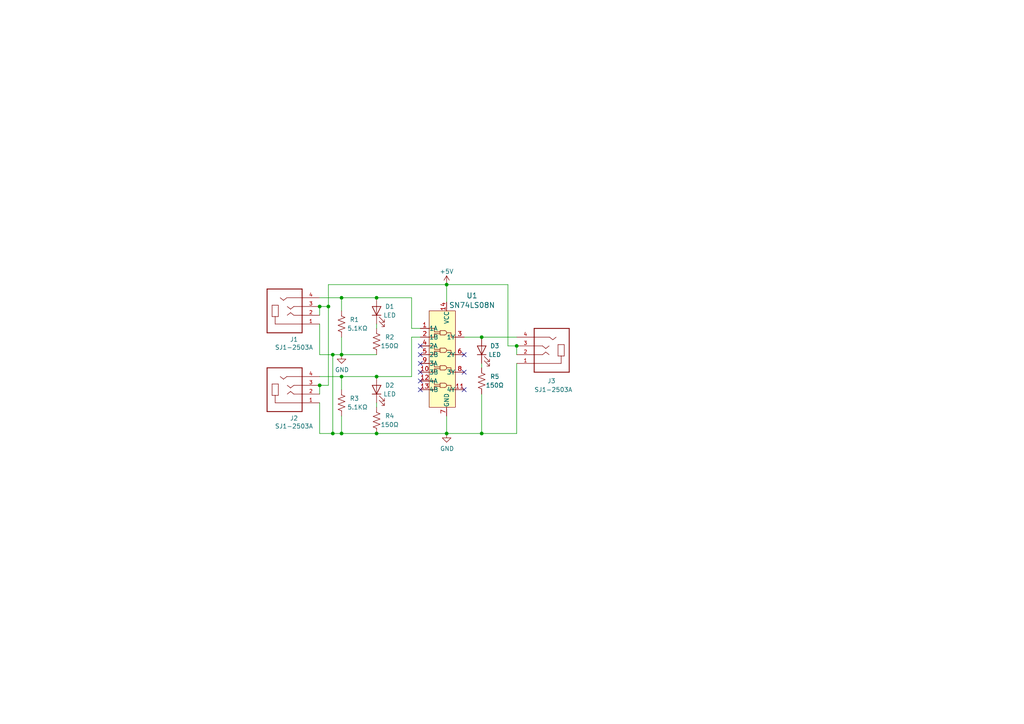
<source format=kicad_sch>
(kicad_sch (version 20211123) (generator eeschema)

  (uuid 1056a15e-094d-47b4-806a-ca2766467e91)

  (paper "A4")

  (lib_symbols
    (symbol "conduWIT_parts:10KΩ" (pin_numbers hide) (pin_names (offset 0)) (in_bom yes) (on_board yes)
      (property "Reference" "R" (id 0) (at 2.54 0 90)
        (effects (font (size 1.27 1.27)))
      )
      (property "Value" "10KΩ" (id 1) (at -2.54 0 90)
        (effects (font (size 1.27 1.27)))
      )
      (property "Footprint" "conduWIT_parts:R_Axial_DIN0207_L6.3mm_D2.5mm_P7.62mm_Horizontal" (id 2) (at 1.016 -0.254 90)
        (effects (font (size 1.27 1.27)) hide)
      )
      (property "Datasheet" "https://www.seielect.com/catalog/sei-rnf_rnmf.pdf" (id 3) (at 0 0 0)
        (effects (font (size 1.27 1.27)) hide)
      )
      (property "Digikey" "RNF14FTD10K0CT-ND" (id 4) (at -5.08 0 90)
        (effects (font (size 1.27 1.27)) hide)
      )
      (property "ki_keywords" "R res resistor" (id 5) (at 0 0 0)
        (effects (font (size 1.27 1.27)) hide)
      )
      (property "ki_description" "Resistor, US symbol" (id 6) (at 0 0 0)
        (effects (font (size 1.27 1.27)) hide)
      )
      (property "ki_fp_filters" "R_*" (id 7) (at 0 0 0)
        (effects (font (size 1.27 1.27)) hide)
      )
      (symbol "10KΩ_0_1"
        (polyline
          (pts
            (xy 0 -2.286)
            (xy 0 -2.54)
          )
          (stroke (width 0) (type default) (color 0 0 0 0))
          (fill (type none))
        )
        (polyline
          (pts
            (xy 0 2.286)
            (xy 0 2.54)
          )
          (stroke (width 0) (type default) (color 0 0 0 0))
          (fill (type none))
        )
        (polyline
          (pts
            (xy 0 -0.762)
            (xy 1.016 -1.143)
            (xy 0 -1.524)
            (xy -1.016 -1.905)
            (xy 0 -2.286)
          )
          (stroke (width 0) (type default) (color 0 0 0 0))
          (fill (type none))
        )
        (polyline
          (pts
            (xy 0 0.762)
            (xy 1.016 0.381)
            (xy 0 0)
            (xy -1.016 -0.381)
            (xy 0 -0.762)
          )
          (stroke (width 0) (type default) (color 0 0 0 0))
          (fill (type none))
        )
        (polyline
          (pts
            (xy 0 2.286)
            (xy 1.016 1.905)
            (xy 0 1.524)
            (xy -1.016 1.143)
            (xy 0 0.762)
          )
          (stroke (width 0) (type default) (color 0 0 0 0))
          (fill (type none))
        )
      )
      (symbol "10KΩ_1_1"
        (pin passive line (at 0 3.81 270) (length 1.27)
          (name "~" (effects (font (size 1.27 1.27))))
          (number "1" (effects (font (size 1.27 1.27))))
        )
        (pin passive line (at 0 -3.81 90) (length 1.27)
          (name "~" (effects (font (size 1.27 1.27))))
          (number "2" (effects (font (size 1.27 1.27))))
        )
      )
    )
    (symbol "conduWIT_parts:30Ω" (pin_numbers hide) (pin_names (offset 0)) (in_bom yes) (on_board yes)
      (property "Reference" "R" (id 0) (at 2.54 0 90)
        (effects (font (size 1.27 1.27)))
      )
      (property "Value" "30Ω" (id 1) (at -2.54 0 90)
        (effects (font (size 1.27 1.27)))
      )
      (property "Footprint" "conduWIT_parts:R_Axial_DIN0207_L6.3mm_D2.5mm_P7.62mm_Horizontal" (id 2) (at 1.016 -0.254 90)
        (effects (font (size 1.27 1.27)) hide)
      )
      (property "Datasheet" "https://www.seielect.com/catalog/sei-rnf_rnmf.pdf" (id 3) (at 0 0 0)
        (effects (font (size 1.27 1.27)) hide)
      )
      (property "Digikey" "RNMF14FTC30R0CT-ND" (id 4) (at -5.08 0 90)
        (effects (font (size 1.27 1.27)) hide)
      )
      (property "ki_keywords" "R res resistor" (id 5) (at 0 0 0)
        (effects (font (size 1.27 1.27)) hide)
      )
      (property "ki_description" "Resistor, US symbol" (id 6) (at 0 0 0)
        (effects (font (size 1.27 1.27)) hide)
      )
      (property "ki_fp_filters" "R_*" (id 7) (at 0 0 0)
        (effects (font (size 1.27 1.27)) hide)
      )
      (symbol "30Ω_0_1"
        (polyline
          (pts
            (xy 0 -2.286)
            (xy 0 -2.54)
          )
          (stroke (width 0) (type default) (color 0 0 0 0))
          (fill (type none))
        )
        (polyline
          (pts
            (xy 0 2.286)
            (xy 0 2.54)
          )
          (stroke (width 0) (type default) (color 0 0 0 0))
          (fill (type none))
        )
        (polyline
          (pts
            (xy 0 -0.762)
            (xy 1.016 -1.143)
            (xy 0 -1.524)
            (xy -1.016 -1.905)
            (xy 0 -2.286)
          )
          (stroke (width 0) (type default) (color 0 0 0 0))
          (fill (type none))
        )
        (polyline
          (pts
            (xy 0 0.762)
            (xy 1.016 0.381)
            (xy 0 0)
            (xy -1.016 -0.381)
            (xy 0 -0.762)
          )
          (stroke (width 0) (type default) (color 0 0 0 0))
          (fill (type none))
        )
        (polyline
          (pts
            (xy 0 2.286)
            (xy 1.016 1.905)
            (xy 0 1.524)
            (xy -1.016 1.143)
            (xy 0 0.762)
          )
          (stroke (width 0) (type default) (color 0 0 0 0))
          (fill (type none))
        )
      )
      (symbol "30Ω_1_1"
        (pin passive line (at 0 3.81 270) (length 1.27)
          (name "~" (effects (font (size 1.27 1.27))))
          (number "1" (effects (font (size 1.27 1.27))))
        )
        (pin passive line (at 0 -3.81 90) (length 1.27)
          (name "~" (effects (font (size 1.27 1.27))))
          (number "2" (effects (font (size 1.27 1.27))))
        )
      )
    )
    (symbol "conduWIT_parts:LED" (pin_numbers hide) (pin_names (offset 1.016) hide) (in_bom yes) (on_board yes)
      (property "Reference" "D" (id 0) (at 0 2.54 0)
        (effects (font (size 1.27 1.27)))
      )
      (property "Value" "LED" (id 1) (at 0 -2.54 0)
        (effects (font (size 1.27 1.27)))
      )
      (property "Footprint" "conduWIT_parts:LED_D5.0mm" (id 2) (at 0 0 0)
        (effects (font (size 1.27 1.27)) hide)
      )
      (property "Datasheet" "https://www.we-online.de/katalog/datasheet/151051RS11000.pdf" (id 3) (at 0 0 0)
        (effects (font (size 1.27 1.27)) hide)
      )
      (property "Digikey" "732-5016-ND" (id 4) (at -2.54 5.08 0)
        (effects (font (size 1.27 1.27)) hide)
      )
      (property "ki_keywords" "LED diode" (id 5) (at 0 0 0)
        (effects (font (size 1.27 1.27)) hide)
      )
      (property "ki_description" "Light emitting diode" (id 6) (at 0 0 0)
        (effects (font (size 1.27 1.27)) hide)
      )
      (property "ki_fp_filters" "LED* LED_SMD:* LED_THT:*" (id 7) (at 0 0 0)
        (effects (font (size 1.27 1.27)) hide)
      )
      (symbol "LED_0_1"
        (polyline
          (pts
            (xy -1.27 -1.27)
            (xy -1.27 1.27)
          )
          (stroke (width 0.2032) (type default) (color 0 0 0 0))
          (fill (type none))
        )
        (polyline
          (pts
            (xy -1.27 0)
            (xy 1.27 0)
          )
          (stroke (width 0) (type default) (color 0 0 0 0))
          (fill (type none))
        )
        (polyline
          (pts
            (xy 1.27 -1.27)
            (xy 1.27 1.27)
            (xy -1.27 0)
            (xy 1.27 -1.27)
          )
          (stroke (width 0.2032) (type default) (color 0 0 0 0))
          (fill (type none))
        )
        (polyline
          (pts
            (xy -3.048 -0.762)
            (xy -4.572 -2.286)
            (xy -3.81 -2.286)
            (xy -4.572 -2.286)
            (xy -4.572 -1.524)
          )
          (stroke (width 0) (type default) (color 0 0 0 0))
          (fill (type none))
        )
        (polyline
          (pts
            (xy -1.778 -0.762)
            (xy -3.302 -2.286)
            (xy -2.54 -2.286)
            (xy -3.302 -2.286)
            (xy -3.302 -1.524)
          )
          (stroke (width 0) (type default) (color 0 0 0 0))
          (fill (type none))
        )
      )
      (symbol "LED_1_1"
        (pin passive line (at -3.81 0 0) (length 2.54)
          (name "K" (effects (font (size 1.27 1.27))))
          (number "1" (effects (font (size 1.27 1.27))))
        )
        (pin passive line (at 3.81 0 180) (length 2.54)
          (name "A" (effects (font (size 1.27 1.27))))
          (number "2" (effects (font (size 1.27 1.27))))
        )
      )
    )
    (symbol "conduWIT_parts:SJ1-2503A" (pin_names (offset 1.016) hide) (in_bom yes) (on_board yes)
      (property "Reference" "J" (id 0) (at -5.08 8.1534 0)
        (effects (font (size 1.27 1.27)) (justify left bottom))
      )
      (property "Value" "SJ1-2503A" (id 1) (at -5.08 -7.112 0)
        (effects (font (size 1.27 1.27)) (justify left bottom))
      )
      (property "Footprint" "conduWIT_parts:CUI_SJ1-2503A" (id 2) (at 0 0 0)
        (effects (font (size 1.27 1.27)) (justify left bottom) hide)
      )
      (property "Datasheet" "https://www.cuidevices.com/product/resource/sj1-2503a.pdf" (id 3) (at 0 0 0)
        (effects (font (size 1.27 1.27)) (justify left bottom) hide)
      )
      (property "Digikey" "CP1-2503A-ND" (id 4) (at 0 -8.89 0)
        (effects (font (size 1.27 1.27)) hide)
      )
      (property "ki_description" "TRS Jack" (id 5) (at 0 0 0)
        (effects (font (size 1.27 1.27)) hide)
      )
      (symbol "SJ1-2503A_0_0"
        (polyline
          (pts
            (xy -5.08 -5.08)
            (xy 5.08 -5.08)
          )
          (stroke (width 0.254) (type default) (color 0 0 0 0))
          (fill (type none))
        )
        (polyline
          (pts
            (xy -5.08 7.62)
            (xy -5.08 -5.08)
          )
          (stroke (width 0.254) (type default) (color 0 0 0 0))
          (fill (type none))
        )
        (polyline
          (pts
            (xy -3.6322 -0.381)
            (xy -3.6322 2.921)
          )
          (stroke (width 0.1524) (type default) (color 0 0 0 0))
          (fill (type none))
        )
        (polyline
          (pts
            (xy -3.6322 2.921)
            (xy -2.7432 2.921)
          )
          (stroke (width 0.1524) (type default) (color 0 0 0 0))
          (fill (type none))
        )
        (polyline
          (pts
            (xy -2.7432 2.921)
            (xy -1.8288 2.921)
          )
          (stroke (width 0.1524) (type default) (color 0 0 0 0))
          (fill (type none))
        )
        (polyline
          (pts
            (xy -2.7432 5.08)
            (xy -2.7432 2.921)
          )
          (stroke (width 0.1524) (type default) (color 0 0 0 0))
          (fill (type none))
        )
        (polyline
          (pts
            (xy -1.8288 -0.381)
            (xy -3.6322 -0.381)
          )
          (stroke (width 0.1524) (type default) (color 0 0 0 0))
          (fill (type none))
        )
        (polyline
          (pts
            (xy -1.8288 2.921)
            (xy -1.8288 -0.381)
          )
          (stroke (width 0.1524) (type default) (color 0 0 0 0))
          (fill (type none))
        )
        (polyline
          (pts
            (xy -0.3302 -1.778)
            (xy -1.27 -2.54)
          )
          (stroke (width 0.1524) (type default) (color 0 0 0 0))
          (fill (type none))
        )
        (polyline
          (pts
            (xy 0.635 -2.54)
            (xy -0.3302 -1.778)
          )
          (stroke (width 0.1524) (type default) (color 0 0 0 0))
          (fill (type none))
        )
        (polyline
          (pts
            (xy 1.7272 0.762)
            (xy 0.762 0)
          )
          (stroke (width 0.1524) (type default) (color 0 0 0 0))
          (fill (type none))
        )
        (polyline
          (pts
            (xy 1.7272 1.778)
            (xy 0.762 2.54)
          )
          (stroke (width 0.1524) (type default) (color 0 0 0 0))
          (fill (type none))
        )
        (polyline
          (pts
            (xy 2.667 0)
            (xy 1.7272 0.762)
          )
          (stroke (width 0.1524) (type default) (color 0 0 0 0))
          (fill (type none))
        )
        (polyline
          (pts
            (xy 2.667 2.54)
            (xy 1.7272 1.778)
          )
          (stroke (width 0.1524) (type default) (color 0 0 0 0))
          (fill (type none))
        )
        (polyline
          (pts
            (xy 4.953 -2.54)
            (xy 0.635 -2.54)
          )
          (stroke (width 0.1524) (type default) (color 0 0 0 0))
          (fill (type none))
        )
        (polyline
          (pts
            (xy 4.953 0)
            (xy 2.667 0)
          )
          (stroke (width 0.1524) (type default) (color 0 0 0 0))
          (fill (type none))
        )
        (polyline
          (pts
            (xy 5.08 -5.08)
            (xy 5.08 2.54)
          )
          (stroke (width 0.254) (type default) (color 0 0 0 0))
          (fill (type none))
        )
        (polyline
          (pts
            (xy 5.08 2.54)
            (xy 2.667 2.54)
          )
          (stroke (width 0.1524) (type default) (color 0 0 0 0))
          (fill (type none))
        )
        (polyline
          (pts
            (xy 5.08 2.54)
            (xy 5.08 5.08)
          )
          (stroke (width 0.254) (type default) (color 0 0 0 0))
          (fill (type none))
        )
        (polyline
          (pts
            (xy 5.08 5.08)
            (xy -2.7432 5.08)
          )
          (stroke (width 0.1524) (type default) (color 0 0 0 0))
          (fill (type none))
        )
        (polyline
          (pts
            (xy 5.08 5.08)
            (xy 5.08 7.62)
          )
          (stroke (width 0.254) (type default) (color 0 0 0 0))
          (fill (type none))
        )
        (polyline
          (pts
            (xy 5.08 7.62)
            (xy -5.08 7.62)
          )
          (stroke (width 0.254) (type default) (color 0 0 0 0))
          (fill (type none))
        )
        (pin passive line (at 10.16 5.08 180) (length 5.08)
          (name "1" (effects (font (size 1.016 1.016))))
          (number "1" (effects (font (size 1.016 1.016))))
        )
        (pin passive line (at 10.16 2.54 180) (length 5.08)
          (name "2" (effects (font (size 1.016 1.016))))
          (number "2" (effects (font (size 1.016 1.016))))
        )
        (pin passive line (at 10.16 0 180) (length 5.08)
          (name "3" (effects (font (size 1.016 1.016))))
          (number "3" (effects (font (size 1.016 1.016))))
        )
        (pin passive line (at 10.16 -2.54 180) (length 5.08)
          (name "4" (effects (font (size 1.016 1.016))))
          (number "4" (effects (font (size 1.016 1.016))))
        )
      )
    )
    (symbol "conduWIT_parts:SN74LS08N" (pin_names (offset 0.0254)) (in_bom yes) (on_board yes)
      (property "Reference" "U" (id 0) (at -2.54 8.636 0)
        (effects (font (size 1.524 1.524)) (justify right))
      )
      (property "Value" "SN74LS08N" (id 1) (at 0.254 -21.59 0)
        (effects (font (size 1.524 1.524)) (justify left))
      )
      (property "Footprint" "conduWIT_parts:DIP-14_W3mm" (id 2) (at 5.08 5.08 0)
        (effects (font (size 1.524 1.524)) (justify left) hide)
      )
      (property "Datasheet" "http://www.ti.com/general/docs/suppproductinfo.tsp?distId=10&gotoUrl=http%3A%2F%2Fwww.ti.com%2Flit%2Fgpn%2Fsn74ls08" (id 3) (at 5.08 7.62 0)
        (effects (font (size 1.524 1.524)) (justify left) hide)
      )
      (property "Digikey" "296-1633-5-ND" (id 4) (at 5.08 10.16 0)
        (effects (font (size 1.524 1.524)) (justify left) hide)
      )
      (property "ki_keywords" "296-1633-5-ND 74LS" (id 5) (at 0 0 0)
        (effects (font (size 1.27 1.27)) hide)
      )
      (property "ki_description" "IC GATE AND 4CH 2-INP 14DIP" (id 6) (at 0 0 0)
        (effects (font (size 1.27 1.27)) hide)
      )
      (symbol "SN74LS08N_0_1"
        (rectangle (start -5.08 7.62) (end 2.54 -20.32)
          (stroke (width 0) (type default) (color 0 0 0 0))
          (fill (type background))
        )
        (arc (start -0.635 -14.605) (mid 0 -13.97) (end -0.635 -13.335)
          (stroke (width 0) (type default) (color 0 0 0 0))
          (fill (type none))
        )
        (arc (start -0.635 -9.525) (mid 0 -8.89) (end -0.635 -8.255)
          (stroke (width 0) (type default) (color 0 0 0 0))
          (fill (type none))
        )
        (arc (start -0.635 -4.445) (mid 0 -3.81) (end -0.635 -3.175)
          (stroke (width 0) (type default) (color 0 0 0 0))
          (fill (type none))
        )
        (arc (start -0.635 0.635) (mid 0 1.27) (end -0.635 1.905)
          (stroke (width 0) (type default) (color 0 0 0 0))
          (fill (type none))
        )
        (polyline
          (pts
            (xy -5.08 -15.24)
            (xy -3.556 -15.24)
            (xy -3.556 -14.224)
            (xy -1.905 -14.224)
          )
          (stroke (width 0) (type default) (color 0 0 0 0))
          (fill (type none))
        )
        (polyline
          (pts
            (xy -5.08 -10.16)
            (xy -3.556 -10.16)
            (xy -3.556 -9.144)
            (xy -1.905 -9.144)
          )
          (stroke (width 0) (type default) (color 0 0 0 0))
          (fill (type none))
        )
        (polyline
          (pts
            (xy -5.08 -5.08)
            (xy -3.556 -5.08)
            (xy -3.556 -4.064)
            (xy -1.905 -4.064)
          )
          (stroke (width 0) (type default) (color 0 0 0 0))
          (fill (type none))
        )
        (polyline
          (pts
            (xy -5.08 0)
            (xy -3.556 0)
            (xy -3.556 1.016)
            (xy -1.905 1.016)
          )
          (stroke (width 0) (type default) (color 0 0 0 0))
          (fill (type none))
        )
        (polyline
          (pts
            (xy -1.905 -13.716)
            (xy -3.556 -13.716)
            (xy -3.556 -12.7)
            (xy -5.08 -12.7)
          )
          (stroke (width 0) (type default) (color 0 0 0 0))
          (fill (type none))
        )
        (polyline
          (pts
            (xy -1.905 -8.636)
            (xy -3.556 -8.636)
            (xy -3.556 -7.62)
            (xy -5.08 -7.62)
          )
          (stroke (width 0) (type default) (color 0 0 0 0))
          (fill (type none))
        )
        (polyline
          (pts
            (xy -1.905 -3.556)
            (xy -3.556 -3.556)
            (xy -3.556 -2.54)
            (xy -5.08 -2.54)
          )
          (stroke (width 0) (type default) (color 0 0 0 0))
          (fill (type none))
        )
        (polyline
          (pts
            (xy -1.905 1.524)
            (xy -3.556 1.524)
            (xy -3.556 2.54)
            (xy -5.08 2.54)
          )
          (stroke (width 0) (type default) (color 0 0 0 0))
          (fill (type none))
        )
        (polyline
          (pts
            (xy -0.635 -13.335)
            (xy -1.905 -13.335)
            (xy -1.905 -14.605)
            (xy -0.635 -14.605)
          )
          (stroke (width 0) (type default) (color 0 0 0 0))
          (fill (type none))
        )
        (polyline
          (pts
            (xy -0.635 -8.255)
            (xy -1.905 -8.255)
            (xy -1.905 -9.525)
            (xy -0.635 -9.525)
          )
          (stroke (width 0) (type default) (color 0 0 0 0))
          (fill (type none))
        )
        (polyline
          (pts
            (xy -0.635 -3.175)
            (xy -1.905 -3.175)
            (xy -1.905 -4.445)
            (xy -0.635 -4.445)
          )
          (stroke (width 0) (type default) (color 0 0 0 0))
          (fill (type none))
        )
        (polyline
          (pts
            (xy -0.635 1.905)
            (xy -1.905 1.905)
            (xy -1.905 0.635)
            (xy -0.635 0.635)
          )
          (stroke (width 0) (type default) (color 0 0 0 0))
          (fill (type none))
        )
        (polyline
          (pts
            (xy 2.54 -15.24)
            (xy 1.27 -15.24)
            (xy 1.27 -13.97)
            (xy 0 -13.97)
          )
          (stroke (width 0) (type default) (color 0 0 0 0))
          (fill (type none))
        )
        (polyline
          (pts
            (xy 2.54 -10.16)
            (xy 1.27 -10.16)
            (xy 1.27 -8.89)
            (xy 0 -8.89)
          )
          (stroke (width 0) (type default) (color 0 0 0 0))
          (fill (type none))
        )
        (polyline
          (pts
            (xy 2.54 -5.08)
            (xy 1.27 -5.08)
            (xy 1.27 -3.81)
            (xy 0 -3.81)
          )
          (stroke (width 0) (type default) (color 0 0 0 0))
          (fill (type none))
        )
        (polyline
          (pts
            (xy 2.54 0)
            (xy 1.27 0)
            (xy 1.27 1.27)
            (xy 0 1.27)
          )
          (stroke (width 0) (type default) (color 0 0 0 0))
          (fill (type none))
        )
      )
      (symbol "SN74LS08N_1_1"
        (pin input line (at -7.62 2.54 0) (length 2.54)
          (name "1A" (effects (font (size 1.27 1.27))))
          (number "1" (effects (font (size 1.27 1.27))))
        )
        (pin input line (at -7.62 -10.16 0) (length 2.54)
          (name "3B" (effects (font (size 1.27 1.27))))
          (number "10" (effects (font (size 1.27 1.27))))
        )
        (pin output line (at 5.08 -15.24 180) (length 2.54)
          (name "4Y" (effects (font (size 1.27 1.27))))
          (number "11" (effects (font (size 1.27 1.27))))
        )
        (pin input line (at -7.62 -12.7 0) (length 2.54)
          (name "4A" (effects (font (size 1.27 1.27))))
          (number "12" (effects (font (size 1.27 1.27))))
        )
        (pin input line (at -7.62 -15.24 0) (length 2.54)
          (name "4B" (effects (font (size 1.27 1.27))))
          (number "13" (effects (font (size 1.27 1.27))))
        )
        (pin power_in line (at 0 10.16 270) (length 2.54)
          (name "VCC" (effects (font (size 1.27 1.27))))
          (number "14" (effects (font (size 1.27 1.27))))
        )
        (pin input line (at -7.62 0 0) (length 2.54)
          (name "1B" (effects (font (size 1.27 1.27))))
          (number "2" (effects (font (size 1.27 1.27))))
        )
        (pin output line (at 5.08 0 180) (length 2.54)
          (name "1Y" (effects (font (size 1.27 1.27))))
          (number "3" (effects (font (size 1.27 1.27))))
        )
        (pin input line (at -7.62 -2.54 0) (length 2.54)
          (name "2A" (effects (font (size 1.27 1.27))))
          (number "4" (effects (font (size 1.27 1.27))))
        )
        (pin input line (at -7.62 -5.08 0) (length 2.54)
          (name "2B" (effects (font (size 1.27 1.27))))
          (number "5" (effects (font (size 1.27 1.27))))
        )
        (pin output line (at 5.08 -5.08 180) (length 2.54)
          (name "2Y" (effects (font (size 1.27 1.27))))
          (number "6" (effects (font (size 1.27 1.27))))
        )
        (pin power_in line (at 0 -22.86 90) (length 2.54)
          (name "GND" (effects (font (size 1.27 1.27))))
          (number "7" (effects (font (size 1.27 1.27))))
        )
        (pin output line (at 5.08 -10.16 180) (length 2.54)
          (name "3Y" (effects (font (size 1.27 1.27))))
          (number "8" (effects (font (size 1.27 1.27))))
        )
        (pin input line (at -7.62 -7.62 0) (length 2.54)
          (name "3A" (effects (font (size 1.27 1.27))))
          (number "9" (effects (font (size 1.27 1.27))))
        )
      )
    )
    (symbol "power:+5V" (power) (pin_names (offset 0)) (in_bom yes) (on_board yes)
      (property "Reference" "#PWR" (id 0) (at 0 -3.81 0)
        (effects (font (size 1.27 1.27)) hide)
      )
      (property "Value" "+5V" (id 1) (at 0 3.556 0)
        (effects (font (size 1.27 1.27)))
      )
      (property "Footprint" "" (id 2) (at 0 0 0)
        (effects (font (size 1.27 1.27)) hide)
      )
      (property "Datasheet" "" (id 3) (at 0 0 0)
        (effects (font (size 1.27 1.27)) hide)
      )
      (property "ki_keywords" "power-flag" (id 4) (at 0 0 0)
        (effects (font (size 1.27 1.27)) hide)
      )
      (property "ki_description" "Power symbol creates a global label with name \"+5V\"" (id 5) (at 0 0 0)
        (effects (font (size 1.27 1.27)) hide)
      )
      (symbol "+5V_0_1"
        (polyline
          (pts
            (xy -0.762 1.27)
            (xy 0 2.54)
          )
          (stroke (width 0) (type default) (color 0 0 0 0))
          (fill (type none))
        )
        (polyline
          (pts
            (xy 0 0)
            (xy 0 2.54)
          )
          (stroke (width 0) (type default) (color 0 0 0 0))
          (fill (type none))
        )
        (polyline
          (pts
            (xy 0 2.54)
            (xy 0.762 1.27)
          )
          (stroke (width 0) (type default) (color 0 0 0 0))
          (fill (type none))
        )
      )
      (symbol "+5V_1_1"
        (pin power_in line (at 0 0 90) (length 0) hide
          (name "+5V" (effects (font (size 1.27 1.27))))
          (number "1" (effects (font (size 1.27 1.27))))
        )
      )
    )
    (symbol "power:GND" (power) (pin_names (offset 0)) (in_bom yes) (on_board yes)
      (property "Reference" "#PWR" (id 0) (at 0 -6.35 0)
        (effects (font (size 1.27 1.27)) hide)
      )
      (property "Value" "GND" (id 1) (at 0 -3.81 0)
        (effects (font (size 1.27 1.27)))
      )
      (property "Footprint" "" (id 2) (at 0 0 0)
        (effects (font (size 1.27 1.27)) hide)
      )
      (property "Datasheet" "" (id 3) (at 0 0 0)
        (effects (font (size 1.27 1.27)) hide)
      )
      (property "ki_keywords" "power-flag" (id 4) (at 0 0 0)
        (effects (font (size 1.27 1.27)) hide)
      )
      (property "ki_description" "Power symbol creates a global label with name \"GND\" , ground" (id 5) (at 0 0 0)
        (effects (font (size 1.27 1.27)) hide)
      )
      (symbol "GND_0_1"
        (polyline
          (pts
            (xy 0 0)
            (xy 0 -1.27)
            (xy 1.27 -1.27)
            (xy 0 -2.54)
            (xy -1.27 -1.27)
            (xy 0 -1.27)
          )
          (stroke (width 0) (type default) (color 0 0 0 0))
          (fill (type none))
        )
      )
      (symbol "GND_1_1"
        (pin power_in line (at 0 0 270) (length 0) hide
          (name "GND" (effects (font (size 1.27 1.27))))
          (number "1" (effects (font (size 1.27 1.27))))
        )
      )
    )
  )

  (junction (at 129.54 82.55) (diameter 0) (color 0 0 0 0)
    (uuid 0a4cef9f-4759-4214-ba6f-be16d2d3f146)
  )
  (junction (at 96.52 102.87) (diameter 0) (color 0 0 0 0)
    (uuid 0c064512-5a91-46ec-958b-85af02ad063d)
  )
  (junction (at 92.71 88.9) (diameter 0) (color 0 0 0 0)
    (uuid 217d4cd3-76d6-4c2b-a87e-cacfacc37683)
  )
  (junction (at 99.06 102.87) (diameter 0) (color 0 0 0 0)
    (uuid 2982b343-0b64-45ae-8baf-c801271084c4)
  )
  (junction (at 96.52 125.73) (diameter 0) (color 0 0 0 0)
    (uuid 318c5e9d-bc6c-453b-9a0e-bb3e36f3c545)
  )
  (junction (at 149.86 100.33) (diameter 0) (color 0 0 0 0)
    (uuid 39532991-e6f0-44ce-8ca0-e1e82fbb48b7)
  )
  (junction (at 95.25 88.9) (diameter 0) (color 0 0 0 0)
    (uuid 39c87b14-36a5-4374-b7a7-05556ba16e11)
  )
  (junction (at 109.22 86.36) (diameter 0) (color 0 0 0 0)
    (uuid 4b05f6ac-9ecb-4993-9aea-4d8797f29035)
  )
  (junction (at 109.22 109.22) (diameter 0) (color 0 0 0 0)
    (uuid 51fc8d8d-84f9-4f79-855c-847b9b483391)
  )
  (junction (at 129.54 125.73) (diameter 0) (color 0 0 0 0)
    (uuid 69185e85-059d-495d-90c1-f3bd07712026)
  )
  (junction (at 99.06 86.36) (diameter 0) (color 0 0 0 0)
    (uuid 69fc3857-6453-477a-b81a-b71dd45eebb7)
  )
  (junction (at 92.71 111.76) (diameter 0) (color 0 0 0 0)
    (uuid 7b5f82e2-d3a5-4244-a3c4-5b27e9301927)
  )
  (junction (at 139.7 97.79) (diameter 0) (color 0 0 0 0)
    (uuid 9b856436-a9d3-4aa1-a9f6-c56e32376ccf)
  )
  (junction (at 139.7 125.73) (diameter 0) (color 0 0 0 0)
    (uuid c9041b45-4f1d-4743-b190-9e2488ee78c7)
  )
  (junction (at 99.06 125.73) (diameter 0) (color 0 0 0 0)
    (uuid ccdd6167-807e-493b-8d97-fc0533ea2acb)
  )
  (junction (at 99.06 109.22) (diameter 0) (color 0 0 0 0)
    (uuid d7251386-11ad-4292-b9f5-8d1b79b11fde)
  )
  (junction (at 109.22 125.73) (diameter 0) (color 0 0 0 0)
    (uuid ef5e622e-fb20-4281-b8ce-595e523f033e)
  )

  (no_connect (at 121.92 110.49) (uuid 1b5536cf-759e-43d9-ae70-d809deec20d7))
  (no_connect (at 121.92 105.41) (uuid 1ba9ea38-1568-4321-9ff5-c627423f7fae))
  (no_connect (at 134.62 107.95) (uuid 25d43170-025f-447e-981c-f158f1a2eedb))
  (no_connect (at 121.92 113.03) (uuid 2f0ad905-fa12-4ea9-8906-077ba12eed26))
  (no_connect (at 121.92 102.87) (uuid 2f725110-f23b-4a81-945e-db87904d3e34))
  (no_connect (at 134.62 113.03) (uuid 7ff975fd-7e66-4336-ae81-386dea4244a3))
  (no_connect (at 121.92 100.33) (uuid b91c7c9f-1f7a-4cbd-86fc-2a081e7b712b))
  (no_connect (at 134.62 102.87) (uuid e158d6fd-9ffa-49ee-a3c0-45d9c5025017))
  (no_connect (at 121.92 107.95) (uuid e6abea66-2e46-4f23-8c7d-a61f1a13a16d))

  (wire (pts (xy 129.54 82.55) (xy 147.32 82.55))
    (stroke (width 0) (type default) (color 0 0 0 0))
    (uuid 1e824516-a691-4c01-a8d0-5117c5968ef7)
  )
  (wire (pts (xy 92.71 109.22) (xy 99.06 109.22))
    (stroke (width 0) (type default) (color 0 0 0 0))
    (uuid 30e0c9ea-5b6c-42c0-92fb-b7d361ec74ff)
  )
  (wire (pts (xy 139.7 125.73) (xy 149.86 125.73))
    (stroke (width 0) (type default) (color 0 0 0 0))
    (uuid 3132bcae-12be-45a2-8256-1790196add48)
  )
  (wire (pts (xy 99.06 113.03) (xy 99.06 109.22))
    (stroke (width 0) (type default) (color 0 0 0 0))
    (uuid 31fc4f62-d600-471f-9bac-a1a0fc77852d)
  )
  (wire (pts (xy 92.71 88.9) (xy 92.71 91.44))
    (stroke (width 0) (type default) (color 0 0 0 0))
    (uuid 35058c5b-f703-4b69-a34d-91fd219151b4)
  )
  (wire (pts (xy 99.06 125.73) (xy 109.22 125.73))
    (stroke (width 0) (type default) (color 0 0 0 0))
    (uuid 363fc8d3-3381-4016-8a1d-000ea95e6810)
  )
  (wire (pts (xy 92.71 102.87) (xy 96.52 102.87))
    (stroke (width 0) (type default) (color 0 0 0 0))
    (uuid 4177efbf-c59e-4748-96c6-03502d083d9a)
  )
  (wire (pts (xy 99.06 102.87) (xy 109.22 102.87))
    (stroke (width 0) (type default) (color 0 0 0 0))
    (uuid 425fd3b6-d1de-477e-9d08-40aa51911d99)
  )
  (wire (pts (xy 92.71 93.98) (xy 92.71 102.87))
    (stroke (width 0) (type default) (color 0 0 0 0))
    (uuid 462cacfa-acd8-4b10-b804-8044a6c48c69)
  )
  (wire (pts (xy 129.54 82.55) (xy 129.54 87.63))
    (stroke (width 0) (type default) (color 0 0 0 0))
    (uuid 4ba68a78-a0d1-40ea-a0a0-6144493b19b8)
  )
  (wire (pts (xy 99.06 86.36) (xy 109.22 86.36))
    (stroke (width 0) (type default) (color 0 0 0 0))
    (uuid 4d0204db-516e-4ade-8266-b1dfd8a18bca)
  )
  (wire (pts (xy 119.38 97.79) (xy 121.92 97.79))
    (stroke (width 0) (type default) (color 0 0 0 0))
    (uuid 52013ab7-ab29-4852-8de6-5aa3a69d4292)
  )
  (wire (pts (xy 109.22 125.73) (xy 129.54 125.73))
    (stroke (width 0) (type default) (color 0 0 0 0))
    (uuid 53ed2351-82a7-45d1-b10b-18b6e5d85f39)
  )
  (wire (pts (xy 95.25 82.55) (xy 129.54 82.55))
    (stroke (width 0) (type default) (color 0 0 0 0))
    (uuid 55cb4205-fae0-4701-a5d4-6b580c71b3c7)
  )
  (wire (pts (xy 96.52 102.87) (xy 99.06 102.87))
    (stroke (width 0) (type default) (color 0 0 0 0))
    (uuid 584eda94-83ca-4ce5-9cff-46cbb99c4766)
  )
  (wire (pts (xy 92.71 111.76) (xy 95.25 111.76))
    (stroke (width 0) (type default) (color 0 0 0 0))
    (uuid 58a3a36e-fcc1-4804-87ed-fce9e20270ff)
  )
  (wire (pts (xy 96.52 125.73) (xy 99.06 125.73))
    (stroke (width 0) (type default) (color 0 0 0 0))
    (uuid 6a470d55-9f2d-4d3d-b7d3-7b8661c49603)
  )
  (wire (pts (xy 92.71 111.76) (xy 92.71 114.3))
    (stroke (width 0) (type default) (color 0 0 0 0))
    (uuid 6b739a54-8f0d-4d02-b3b5-aeb46856e31d)
  )
  (wire (pts (xy 139.7 97.79) (xy 149.86 97.79))
    (stroke (width 0) (type default) (color 0 0 0 0))
    (uuid 7076ae4c-da3b-489a-bad8-0d095903dcbe)
  )
  (wire (pts (xy 109.22 118.11) (xy 109.22 116.84))
    (stroke (width 0) (type default) (color 0 0 0 0))
    (uuid 778c8c6f-d2be-498d-a85f-d7a932914c74)
  )
  (wire (pts (xy 109.22 109.22) (xy 119.38 109.22))
    (stroke (width 0) (type default) (color 0 0 0 0))
    (uuid 78600e4b-6cd6-4db2-b091-60ea70d54f8f)
  )
  (wire (pts (xy 109.22 95.25) (xy 109.22 93.98))
    (stroke (width 0) (type default) (color 0 0 0 0))
    (uuid 78aa3b64-6b9c-456d-ba1a-5d570d27ef76)
  )
  (wire (pts (xy 147.32 100.33) (xy 149.86 100.33))
    (stroke (width 0) (type default) (color 0 0 0 0))
    (uuid 7e4a92c1-0e8e-49d4-80ca-89d9608ea8e7)
  )
  (wire (pts (xy 95.25 82.55) (xy 95.25 88.9))
    (stroke (width 0) (type default) (color 0 0 0 0))
    (uuid 869b583d-bd64-46a2-abdd-526b80a51606)
  )
  (wire (pts (xy 119.38 95.25) (xy 121.92 95.25))
    (stroke (width 0) (type default) (color 0 0 0 0))
    (uuid 8caab9c3-c7d2-46e3-909a-e09385320043)
  )
  (wire (pts (xy 92.71 86.36) (xy 99.06 86.36))
    (stroke (width 0) (type default) (color 0 0 0 0))
    (uuid 9184918a-b347-4ea8-b3bf-2bf9df5d0afe)
  )
  (wire (pts (xy 129.54 125.73) (xy 139.7 125.73))
    (stroke (width 0) (type default) (color 0 0 0 0))
    (uuid 9734cf0e-6699-40cb-a28a-511ffa1eb6a3)
  )
  (wire (pts (xy 109.22 86.36) (xy 119.38 86.36))
    (stroke (width 0) (type default) (color 0 0 0 0))
    (uuid 9d3f9828-00a2-4802-aa35-e2df88c6f22a)
  )
  (wire (pts (xy 139.7 106.68) (xy 139.7 105.41))
    (stroke (width 0) (type default) (color 0 0 0 0))
    (uuid aaae9fcc-c6e6-47aa-9dc7-f4b350e7218c)
  )
  (wire (pts (xy 95.25 88.9) (xy 95.25 111.76))
    (stroke (width 0) (type default) (color 0 0 0 0))
    (uuid b2b6a282-80c4-4a55-a05f-5f689717ef58)
  )
  (wire (pts (xy 96.52 102.87) (xy 96.52 125.73))
    (stroke (width 0) (type default) (color 0 0 0 0))
    (uuid b31db8ad-6cab-478e-a23e-faa3388e5cb5)
  )
  (wire (pts (xy 92.71 88.9) (xy 95.25 88.9))
    (stroke (width 0) (type default) (color 0 0 0 0))
    (uuid b339c40b-d32a-4ff0-9d40-ae851e9185b1)
  )
  (wire (pts (xy 129.54 120.65) (xy 129.54 125.73))
    (stroke (width 0) (type default) (color 0 0 0 0))
    (uuid b53e7ac3-15e7-4d50-94ba-b7ac7d6da7e6)
  )
  (wire (pts (xy 134.62 97.79) (xy 139.7 97.79))
    (stroke (width 0) (type default) (color 0 0 0 0))
    (uuid b92fc2b8-3179-4b31-9ca3-d3ff40ccb17f)
  )
  (wire (pts (xy 99.06 120.65) (xy 99.06 125.73))
    (stroke (width 0) (type default) (color 0 0 0 0))
    (uuid bb9c9fa5-3c59-497d-abc4-68d633c7a24a)
  )
  (wire (pts (xy 149.86 105.41) (xy 149.86 125.73))
    (stroke (width 0) (type default) (color 0 0 0 0))
    (uuid bc2154f1-12be-4e31-9ba8-08158845a1dc)
  )
  (wire (pts (xy 149.86 100.33) (xy 149.86 102.87))
    (stroke (width 0) (type default) (color 0 0 0 0))
    (uuid bcc1a613-17a8-4b85-8620-6e3bf834f1b1)
  )
  (wire (pts (xy 99.06 109.22) (xy 109.22 109.22))
    (stroke (width 0) (type default) (color 0 0 0 0))
    (uuid c7889fb7-1526-430d-b208-4077aae93770)
  )
  (wire (pts (xy 119.38 86.36) (xy 119.38 95.25))
    (stroke (width 0) (type default) (color 0 0 0 0))
    (uuid e35cb008-5d59-4a0b-aca6-a87c92b7494e)
  )
  (wire (pts (xy 119.38 109.22) (xy 119.38 97.79))
    (stroke (width 0) (type default) (color 0 0 0 0))
    (uuid e42c6174-e6f6-4b65-8e92-d398bb72090d)
  )
  (wire (pts (xy 92.71 125.73) (xy 96.52 125.73))
    (stroke (width 0) (type default) (color 0 0 0 0))
    (uuid e7d61eeb-05b3-4135-9ce9-811cdd213190)
  )
  (wire (pts (xy 99.06 90.17) (xy 99.06 86.36))
    (stroke (width 0) (type default) (color 0 0 0 0))
    (uuid ea833ae7-0a8b-411a-b0cb-1511ec2566a8)
  )
  (wire (pts (xy 99.06 97.79) (xy 99.06 102.87))
    (stroke (width 0) (type default) (color 0 0 0 0))
    (uuid ed277435-1ada-4155-bfbd-c6b9320e384a)
  )
  (wire (pts (xy 147.32 82.55) (xy 147.32 100.33))
    (stroke (width 0) (type default) (color 0 0 0 0))
    (uuid f76d420d-dd11-4400-a8c2-fcee9fcbdb0f)
  )
  (wire (pts (xy 139.7 114.3) (xy 139.7 125.73))
    (stroke (width 0) (type default) (color 0 0 0 0))
    (uuid fa6debe5-2b30-4e73-8885-1ed23e0a6059)
  )
  (wire (pts (xy 92.71 116.84) (xy 92.71 125.73))
    (stroke (width 0) (type default) (color 0 0 0 0))
    (uuid ff2fb63b-d616-43ab-947e-30041f3599da)
  )

  (symbol (lib_id "conduWIT_parts:SJ1-2503A") (at 160.02 100.33 180) (unit 1)
    (in_bom yes) (on_board yes)
    (uuid 00000000-0000-0000-0000-00005e602f64)
    (property "Reference" "J3" (id 0) (at 158.75 110.49 0)
      (effects (font (size 1.27 1.27)) (justify right))
    )
    (property "Value" "SJ1-2503A" (id 1) (at 154.94 113.03 0)
      (effects (font (size 1.27 1.27)) (justify right))
    )
    (property "Footprint" "conduWIT_parts:CUI_SJ1-2503A" (id 2) (at 160.02 100.33 0)
      (effects (font (size 1.27 1.27)) (justify left bottom) hide)
    )
    (property "Datasheet" "https://www.cuidevices.com/product/resource/sj1-2503a.pdf" (id 3) (at 160.02 100.33 0)
      (effects (font (size 1.27 1.27)) (justify left bottom) hide)
    )
    (property "Digikey" "CP1-2503A-ND" (id 4) (at 160.02 91.44 0)
      (effects (font (size 1.27 1.27)) hide)
    )
    (pin "1" (uuid 94c68a2b-7205-4896-b63f-6c3f0afd7029))
    (pin "2" (uuid 861c9dc9-d035-42b9-abee-85f1a8ca04ff))
    (pin "3" (uuid 1e87e273-d66f-4f56-8e32-c3f805d144f4))
    (pin "4" (uuid c1781ace-1e38-4be6-b2b7-3a06c18fb0f0))
  )

  (symbol (lib_id "conduWIT_parts:SJ1-2503A") (at 82.55 111.76 0) (mirror x) (unit 1)
    (in_bom yes) (on_board yes)
    (uuid 00000000-0000-0000-0000-00005e603f07)
    (property "Reference" "J2" (id 0) (at 85.2678 121.3104 0))
    (property "Value" "SJ1-2503A" (id 1) (at 85.2678 123.6218 0))
    (property "Footprint" "conduWIT_parts:CUI_SJ1-2503A" (id 2) (at 82.55 111.76 0)
      (effects (font (size 1.27 1.27)) (justify left bottom) hide)
    )
    (property "Datasheet" "https://www.cuidevices.com/product/resource/sj1-2503a.pdf" (id 3) (at 82.55 111.76 0)
      (effects (font (size 1.27 1.27)) (justify left bottom) hide)
    )
    (property "Digikey" "CP1-2503A-ND" (id 4) (at 82.55 102.87 0)
      (effects (font (size 1.27 1.27)) hide)
    )
    (pin "1" (uuid 14f6834e-19ab-428a-aa6f-63d2749d7279))
    (pin "2" (uuid 343fda93-a766-43ca-9bb9-cc85c2b3c25d))
    (pin "3" (uuid 5ca4a913-94ee-47e4-8b28-041364aaf3e4))
    (pin "4" (uuid a700b7e4-36d1-4a41-9c1d-c98fda98d8ef))
  )

  (symbol (lib_id "conduWIT_parts:SN74LS08N") (at 129.54 97.79 0) (unit 1)
    (in_bom yes) (on_board yes)
    (uuid 00000000-0000-0000-0000-00005e6055d7)
    (property "Reference" "U1" (id 0) (at 136.906 85.725 0)
      (effects (font (size 1.524 1.524)))
    )
    (property "Value" "SN74LS08N" (id 1) (at 136.906 88.519 0)
      (effects (font (size 1.524 1.524)))
    )
    (property "Footprint" "conduWIT_parts:DIP-14_W3mm" (id 2) (at 134.62 92.71 0)
      (effects (font (size 1.524 1.524)) (justify left) hide)
    )
    (property "Datasheet" "http://www.ti.com/general/docs/suppproductinfo.tsp?distId=10&gotoUrl=http%3A%2F%2Fwww.ti.com%2Flit%2Fgpn%2Fsn74ls08" (id 3) (at 134.62 90.17 0)
      (effects (font (size 1.524 1.524)) (justify left) hide)
    )
    (property "Digikey" "296-1633-5-ND" (id 4) (at 134.62 87.63 0)
      (effects (font (size 1.524 1.524)) (justify left) hide)
    )
    (pin "1" (uuid 900d7e8a-fe17-46fb-9a9c-6283992b41d7))
    (pin "10" (uuid 1f5b35f7-912d-4871-98f9-ea2ab60ba80f))
    (pin "11" (uuid 0282d25c-fd0b-4dcd-a6e3-fe06691c575f))
    (pin "12" (uuid 33a6515c-3272-47ab-aa4b-fefa1ffb3169))
    (pin "13" (uuid 21920411-0c52-4e33-92f4-a324ca09fac4))
    (pin "14" (uuid ba6fd237-33ed-4f66-954f-e2571eb92dd2))
    (pin "2" (uuid 0b69f552-89d3-4e7f-83c9-278658c42f4e))
    (pin "3" (uuid 39cc5cc0-581a-4455-9e2a-36ca85f122cb))
    (pin "4" (uuid 53d8f24c-6d3b-4806-9111-6b68d73a34a1))
    (pin "5" (uuid 4ce62b8e-5907-420d-904c-1d3cea047393))
    (pin "6" (uuid 9339841b-7303-41e9-851c-16735c6bd88a))
    (pin "7" (uuid c69c10ca-efb4-43eb-b03d-02f534fc1e18))
    (pin "8" (uuid d434bca9-dca7-437e-80fc-c2d7b0fcc0f0))
    (pin "9" (uuid ae285ca0-86fa-4cb2-8bf5-8594c2709446))
  )

  (symbol (lib_id "conduWIT_parts:10KΩ") (at 99.06 116.84 180) (unit 1)
    (in_bom yes) (on_board yes)
    (uuid 00000000-0000-0000-0000-00005e6156cb)
    (property "Reference" "R3" (id 0) (at 104.14 115.57 0)
      (effects (font (size 1.27 1.27)) (justify left))
    )
    (property "Value" "5.1KΩ" (id 1) (at 106.68 118.11 0)
      (effects (font (size 1.27 1.27)) (justify left))
    )
    (property "Footprint" "conduWIT_parts:R_Axial_DIN0207_L6.3mm_D2.5mm_P7.62mm_Horizontal" (id 2) (at 98.044 116.586 90)
      (effects (font (size 1.27 1.27)) hide)
    )
    (property "Datasheet" "https://www.seielect.com/Catalog/SEI-RNF_RNMF.pdf" (id 3) (at 99.06 116.84 0)
      (effects (font (size 1.27 1.27)) hide)
    )
    (property "Digikey" "S5.1KCACT-ND" (id 4) (at 104.14 116.84 90)
      (effects (font (size 1.27 1.27)) hide)
    )
    (pin "1" (uuid 0fc5f095-6bf5-4377-b0c8-a6067cd174a3))
    (pin "2" (uuid 912e5213-4257-4e2f-a28c-6eb14da4089a))
  )

  (symbol (lib_id "power:GND") (at 129.54 125.73 0) (unit 1)
    (in_bom yes) (on_board yes)
    (uuid 00000000-0000-0000-0000-00005e617c84)
    (property "Reference" "#PWR07" (id 0) (at 129.54 132.08 0)
      (effects (font (size 1.27 1.27)) hide)
    )
    (property "Value" "GND" (id 1) (at 129.667 130.1242 0))
    (property "Footprint" "" (id 2) (at 129.54 125.73 0)
      (effects (font (size 1.27 1.27)) hide)
    )
    (property "Datasheet" "" (id 3) (at 129.54 125.73 0)
      (effects (font (size 1.27 1.27)) hide)
    )
    (pin "1" (uuid d1e8ad0e-4b78-4918-a71c-82e2085b7b76))
  )

  (symbol (lib_id "conduWIT_parts:LED") (at 109.22 113.03 90) (unit 1)
    (in_bom yes) (on_board yes)
    (uuid 00000000-0000-0000-0000-00005e618874)
    (property "Reference" "D2" (id 0) (at 113.03 111.76 90))
    (property "Value" "LED" (id 1) (at 113.03 114.3 90))
    (property "Footprint" "conduWIT_parts:LED_D5.0mm" (id 2) (at 109.22 113.03 0)
      (effects (font (size 1.27 1.27)) hide)
    )
    (property "Datasheet" "https://www.we-online.de/katalog/datasheet/151051RS11000.pdf" (id 3) (at 109.22 113.03 0)
      (effects (font (size 1.27 1.27)) hide)
    )
    (property "Digikey" "732-5016-ND" (id 4) (at 104.14 115.57 0)
      (effects (font (size 1.27 1.27)) hide)
    )
    (pin "1" (uuid 6b5535aa-0251-4b81-a37b-34077bff2618))
    (pin "2" (uuid 92be6d82-2556-4576-9f26-8f842aee6d7e))
  )

  (symbol (lib_id "conduWIT_parts:30Ω") (at 109.22 121.92 180) (unit 1)
    (in_bom yes) (on_board yes)
    (uuid 00000000-0000-0000-0000-00005e61ac69)
    (property "Reference" "R4" (id 0) (at 113.03 120.65 0))
    (property "Value" "150Ω" (id 1) (at 113.03 123.19 0))
    (property "Footprint" "conduWIT_parts:R_Axial_DIN0207_L6.3mm_D2.5mm_P7.62mm_Horizontal" (id 2) (at 108.204 121.666 90)
      (effects (font (size 1.27 1.27)) hide)
    )
    (property "Datasheet" "https://www.seielect.com/Catalog/SEI-RNF_RNMF.pdf" (id 3) (at 109.22 121.92 0)
      (effects (font (size 1.27 1.27)) hide)
    )
    (property "Digikey" "S150CACT-ND" (id 4) (at 114.3 121.92 90)
      (effects (font (size 1.27 1.27)) hide)
    )
    (pin "1" (uuid f0c0f426-b010-48eb-9007-e38b0f69d525))
    (pin "2" (uuid ec28ffaa-fa25-4b4a-a2ed-ee02156246ad))
  )

  (symbol (lib_id "power:GND") (at 99.06 102.87 0) (unit 1)
    (in_bom yes) (on_board yes)
    (uuid 37c30272-e25f-426a-8536-493967844b31)
    (property "Reference" "#PWR0101" (id 0) (at 99.06 109.22 0)
      (effects (font (size 1.27 1.27)) hide)
    )
    (property "Value" "GND" (id 1) (at 99.187 107.2642 0))
    (property "Footprint" "" (id 2) (at 99.06 102.87 0)
      (effects (font (size 1.27 1.27)) hide)
    )
    (property "Datasheet" "" (id 3) (at 99.06 102.87 0)
      (effects (font (size 1.27 1.27)) hide)
    )
    (pin "1" (uuid 8cda65af-2645-411f-9902-bf25bcfd5c32))
  )

  (symbol (lib_id "conduWIT_parts:30Ω") (at 109.22 99.06 180) (unit 1)
    (in_bom yes) (on_board yes)
    (uuid 412596cb-f6f5-4754-adc7-6dbe10ec649f)
    (property "Reference" "R2" (id 0) (at 113.03 97.79 0))
    (property "Value" "150Ω" (id 1) (at 113.03 100.33 0))
    (property "Footprint" "conduWIT_parts:R_Axial_DIN0207_L6.3mm_D2.5mm_P7.62mm_Horizontal" (id 2) (at 108.204 98.806 90)
      (effects (font (size 1.27 1.27)) hide)
    )
    (property "Datasheet" "https://www.seielect.com/Catalog/SEI-RNF_RNMF.pdf" (id 3) (at 109.22 99.06 0)
      (effects (font (size 1.27 1.27)) hide)
    )
    (property "Digikey" "S150CACT-ND" (id 4) (at 114.3 99.06 90)
      (effects (font (size 1.27 1.27)) hide)
    )
    (pin "1" (uuid 2804efa9-dbbd-40ac-95d3-7472ee543ad3))
    (pin "2" (uuid dc2be21b-a103-4875-a585-b2370cc47876))
  )

  (symbol (lib_id "conduWIT_parts:LED") (at 139.7 101.6 90) (unit 1)
    (in_bom yes) (on_board yes)
    (uuid 59f05dbf-3cd5-4a9d-a2f6-1589c9120f77)
    (property "Reference" "D3" (id 0) (at 143.51 100.33 90))
    (property "Value" "LED" (id 1) (at 143.51 102.87 90))
    (property "Footprint" "conduWIT_parts:LED_D5.0mm" (id 2) (at 139.7 101.6 0)
      (effects (font (size 1.27 1.27)) hide)
    )
    (property "Datasheet" "https://www.we-online.de/katalog/datasheet/151051RS11000.pdf" (id 3) (at 139.7 101.6 0)
      (effects (font (size 1.27 1.27)) hide)
    )
    (property "Digikey" "732-5016-ND" (id 4) (at 134.62 104.14 0)
      (effects (font (size 1.27 1.27)) hide)
    )
    (pin "1" (uuid 9f3b9d8d-d936-4519-9e9a-99f2e24a94a6))
    (pin "2" (uuid cb4c45ae-3484-43f2-9a44-d18e598b22e4))
  )

  (symbol (lib_id "conduWIT_parts:10KΩ") (at 99.06 93.98 180) (unit 1)
    (in_bom yes) (on_board yes)
    (uuid 85feba93-749e-4992-97bb-4f7e59ac6ff6)
    (property "Reference" "R1" (id 0) (at 104.14 92.71 0)
      (effects (font (size 1.27 1.27)) (justify left))
    )
    (property "Value" "5.1KΩ" (id 1) (at 106.68 95.25 0)
      (effects (font (size 1.27 1.27)) (justify left))
    )
    (property "Footprint" "conduWIT_parts:R_Axial_DIN0207_L6.3mm_D2.5mm_P7.62mm_Horizontal" (id 2) (at 98.044 93.726 90)
      (effects (font (size 1.27 1.27)) hide)
    )
    (property "Datasheet" "https://www.seielect.com/Catalog/SEI-RNF_RNMF.pdf" (id 3) (at 99.06 93.98 0)
      (effects (font (size 1.27 1.27)) hide)
    )
    (property "Digikey" "S5.1KCACT-ND" (id 4) (at 104.14 93.98 90)
      (effects (font (size 1.27 1.27)) hide)
    )
    (pin "1" (uuid 7268c942-7145-4ba9-a51a-4bedd1347407))
    (pin "2" (uuid 8ee3c436-3ba8-4484-b052-4676e021e0e5))
  )

  (symbol (lib_id "conduWIT_parts:LED") (at 109.22 90.17 90) (unit 1)
    (in_bom yes) (on_board yes)
    (uuid 8fea15d6-a2a5-4233-8526-1782ef83c1d9)
    (property "Reference" "D1" (id 0) (at 113.03 88.9 90))
    (property "Value" "LED" (id 1) (at 113.03 91.44 90))
    (property "Footprint" "conduWIT_parts:LED_D5.0mm" (id 2) (at 109.22 90.17 0)
      (effects (font (size 1.27 1.27)) hide)
    )
    (property "Datasheet" "https://www.we-online.de/katalog/datasheet/151051RS11000.pdf" (id 3) (at 109.22 90.17 0)
      (effects (font (size 1.27 1.27)) hide)
    )
    (property "Digikey" "732-5016-ND" (id 4) (at 104.14 92.71 0)
      (effects (font (size 1.27 1.27)) hide)
    )
    (pin "1" (uuid aca62a73-0777-4b34-86e8-2e0a0e4cb93c))
    (pin "2" (uuid 0e28e33d-bd25-4a07-92d1-5c3fdb176145))
  )

  (symbol (lib_id "conduWIT_parts:SJ1-2503A") (at 82.55 88.9 0) (mirror x) (unit 1)
    (in_bom yes) (on_board yes)
    (uuid af6aa037-c42a-4808-849d-932c0f5f7a23)
    (property "Reference" "J1" (id 0) (at 85.2678 98.4504 0))
    (property "Value" "SJ1-2503A" (id 1) (at 85.2678 100.7618 0))
    (property "Footprint" "conduWIT_parts:CUI_SJ1-2503A" (id 2) (at 82.55 88.9 0)
      (effects (font (size 1.27 1.27)) (justify left bottom) hide)
    )
    (property "Datasheet" "https://www.cuidevices.com/product/resource/sj1-2503a.pdf" (id 3) (at 82.55 88.9 0)
      (effects (font (size 1.27 1.27)) (justify left bottom) hide)
    )
    (property "Digikey" "CP1-2503A-ND" (id 4) (at 82.55 80.01 0)
      (effects (font (size 1.27 1.27)) hide)
    )
    (pin "1" (uuid 32e1b9da-e05a-4b7b-a4a8-135b4d159b25))
    (pin "2" (uuid 45e68da7-f0ce-44f9-b112-4b1e1a43c176))
    (pin "3" (uuid c055590d-de49-4b60-b4dc-908aa0a6dbfb))
    (pin "4" (uuid 92e18f3d-586e-4606-983c-6ece32d7ecaf))
  )

  (symbol (lib_id "conduWIT_parts:30Ω") (at 139.7 110.49 180) (unit 1)
    (in_bom yes) (on_board yes)
    (uuid ce06ba38-2f4f-4d19-8810-5aecbc7269d7)
    (property "Reference" "R5" (id 0) (at 143.51 109.22 0))
    (property "Value" "150Ω" (id 1) (at 143.51 111.76 0))
    (property "Footprint" "conduWIT_parts:R_Axial_DIN0207_L6.3mm_D2.5mm_P7.62mm_Horizontal" (id 2) (at 138.684 110.236 90)
      (effects (font (size 1.27 1.27)) hide)
    )
    (property "Datasheet" "https://www.seielect.com/Catalog/SEI-RNF_RNMF.pdf" (id 3) (at 139.7 110.49 0)
      (effects (font (size 1.27 1.27)) hide)
    )
    (property "Digikey" "S150CACT-ND" (id 4) (at 144.78 110.49 90)
      (effects (font (size 1.27 1.27)) hide)
    )
    (pin "1" (uuid 8ae7a0b9-8465-4c7a-9d5b-85c59053fd3a))
    (pin "2" (uuid 1f7fef7e-835c-4e45-9ac0-8de2148e4446))
  )

  (symbol (lib_id "power:+5V") (at 129.54 82.55 0) (unit 1)
    (in_bom yes) (on_board yes)
    (uuid fd22acad-d3f2-4362-91c3-79f19f7b2fb5)
    (property "Reference" "#PWR0102" (id 0) (at 129.54 86.36 0)
      (effects (font (size 1.27 1.27)) hide)
    )
    (property "Value" "+5V" (id 1) (at 129.54 78.74 0))
    (property "Footprint" "" (id 2) (at 129.54 82.55 0)
      (effects (font (size 1.27 1.27)) hide)
    )
    (property "Datasheet" "" (id 3) (at 129.54 82.55 0)
      (effects (font (size 1.27 1.27)) hide)
    )
    (pin "1" (uuid 275d1431-5a38-4137-b833-2bb83fbe21d1))
  )

  (sheet_instances
    (path "/" (page "1"))
  )

  (symbol_instances
    (path "/00000000-0000-0000-0000-00005e617c84"
      (reference "#PWR07") (unit 1) (value "GND") (footprint "")
    )
    (path "/37c30272-e25f-426a-8536-493967844b31"
      (reference "#PWR0101") (unit 1) (value "GND") (footprint "")
    )
    (path "/fd22acad-d3f2-4362-91c3-79f19f7b2fb5"
      (reference "#PWR0102") (unit 1) (value "+5V") (footprint "")
    )
    (path "/8fea15d6-a2a5-4233-8526-1782ef83c1d9"
      (reference "D1") (unit 1) (value "LED") (footprint "conduWIT_parts:LED_D5.0mm")
    )
    (path "/00000000-0000-0000-0000-00005e618874"
      (reference "D2") (unit 1) (value "LED") (footprint "conduWIT_parts:LED_D5.0mm")
    )
    (path "/59f05dbf-3cd5-4a9d-a2f6-1589c9120f77"
      (reference "D3") (unit 1) (value "LED") (footprint "conduWIT_parts:LED_D5.0mm")
    )
    (path "/af6aa037-c42a-4808-849d-932c0f5f7a23"
      (reference "J1") (unit 1) (value "SJ1-2503A") (footprint "conduWIT_parts:CUI_SJ1-2503A")
    )
    (path "/00000000-0000-0000-0000-00005e603f07"
      (reference "J2") (unit 1) (value "SJ1-2503A") (footprint "conduWIT_parts:CUI_SJ1-2503A")
    )
    (path "/00000000-0000-0000-0000-00005e602f64"
      (reference "J3") (unit 1) (value "SJ1-2503A") (footprint "conduWIT_parts:CUI_SJ1-2503A")
    )
    (path "/85feba93-749e-4992-97bb-4f7e59ac6ff6"
      (reference "R1") (unit 1) (value "5.1KΩ") (footprint "conduWIT_parts:R_Axial_DIN0207_L6.3mm_D2.5mm_P7.62mm_Horizontal")
    )
    (path "/412596cb-f6f5-4754-adc7-6dbe10ec649f"
      (reference "R2") (unit 1) (value "150Ω") (footprint "conduWIT_parts:R_Axial_DIN0207_L6.3mm_D2.5mm_P7.62mm_Horizontal")
    )
    (path "/00000000-0000-0000-0000-00005e6156cb"
      (reference "R3") (unit 1) (value "5.1KΩ") (footprint "conduWIT_parts:R_Axial_DIN0207_L6.3mm_D2.5mm_P7.62mm_Horizontal")
    )
    (path "/00000000-0000-0000-0000-00005e61ac69"
      (reference "R4") (unit 1) (value "150Ω") (footprint "conduWIT_parts:R_Axial_DIN0207_L6.3mm_D2.5mm_P7.62mm_Horizontal")
    )
    (path "/ce06ba38-2f4f-4d19-8810-5aecbc7269d7"
      (reference "R5") (unit 1) (value "150Ω") (footprint "conduWIT_parts:R_Axial_DIN0207_L6.3mm_D2.5mm_P7.62mm_Horizontal")
    )
    (path "/00000000-0000-0000-0000-00005e6055d7"
      (reference "U1") (unit 1) (value "SN74LS08N") (footprint "conduWIT_parts:DIP-14_W3mm")
    )
  )
)

</source>
